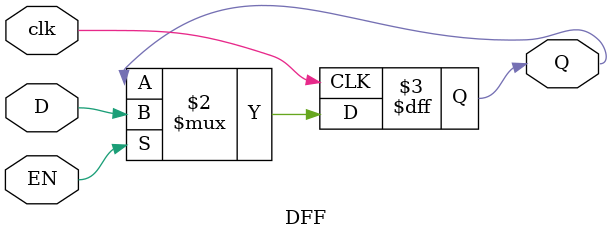
<source format=v>


module registor32(
    input EN,
    input clk,
    input [31:0] D,
    output [31:0] Q
);

DFF d0(D[0], EN, clk, Q[0]);
DFF d1(D[1], EN, clk, Q[1]);
DFF d2(D[2], EN, clk, Q[2]);
DFF d3(D[3], EN, clk, Q[3]);
DFF d4(D[4], EN, clk, Q[4]);
DFF d5(D[5], EN, clk, Q[5]);
DFF d6(D[6], EN, clk, Q[6]);
DFF d7(D[7], EN, clk, Q[7]);
DFF d8(D[8], EN, clk, Q[8]);
DFF d9(D[9], EN, clk, Q[9]);
DFF d10(D[10], EN, clk, Q[10]);
DFF d11(D[11], EN, clk, Q[11]);
DFF d12(D[12], EN, clk, Q[12]);
DFF d13(D[13], EN, clk, Q[13]);
DFF d14(D[14], EN, clk, Q[14]);
DFF d15(D[15], EN, clk, Q[15]);
DFF d16(D[16], EN, clk, Q[16]);
DFF d17(D[17], EN, clk, Q[17]);
DFF d18(D[18], EN, clk, Q[18]);
DFF d19(D[19], EN, clk, Q[19]);
DFF d20(D[20], EN, clk, Q[20]);
DFF d21(D[21], EN, clk, Q[21]);
DFF d22(D[22], EN, clk, Q[22]);
DFF d23(D[23], EN, clk, Q[23]);
DFF d24(D[24], EN, clk, Q[24]);
DFF d25(D[25], EN, clk, Q[25]);
DFF d26(D[26], EN, clk, Q[26]);
DFF d27(D[27], EN, clk, Q[27]);
DFF d28(D[28], EN, clk, Q[28]);
DFF d29(D[29], EN, clk, Q[29]);
DFF d30(D[30], EN, clk, Q[30]);
DFF d31(D[31], EN, clk, Q[31]);

endmodule

module DFF(
    input D,
    input EN,
    input clk,
    output reg Q
);
reg out;

always @(posedge clk)
begin
  out = (EN) ? D : Q;
  Q = out;
end

endmodule
</source>
